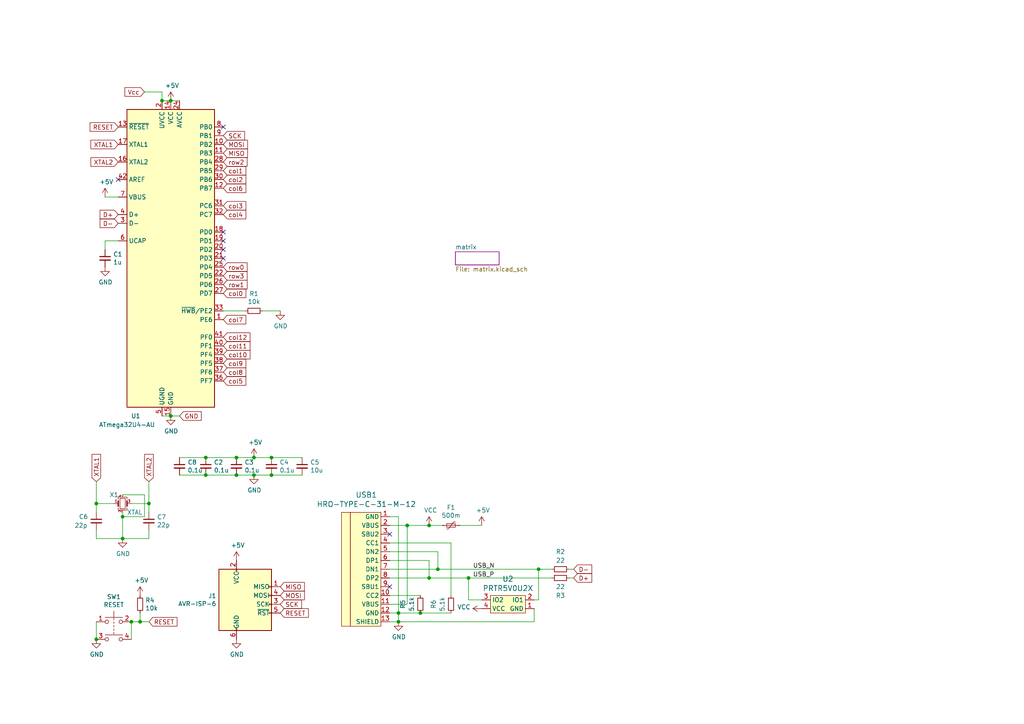
<source format=kicad_sch>
(kicad_sch (version 20200618) (host eeschema "(5.99.0-2043-g129c16cf7)")
  (page 1 2)
  (paper "A4")
  (lib_symbols
    (symbol "Connector:AVR-ISP-6"
      (property "Reference" "J" (at -6.35 11.43 0))
      (property "Value" "AVR-ISP-6" (at 0 11.43 0))
      (symbol "AVR-ISP-6_0_1"
        (rectangle (start -2.667 -6.858) (end -2.413 -7.62))
        (rectangle (start -2.667 10.16) (end -2.413 9.398))
        (rectangle (start 7.62 -2.413) (end 6.858 -2.667))
        (rectangle (start 7.62 0.127) (end 6.858 -0.127))
        (rectangle (start 7.62 2.667) (end 6.858 2.413))
        (rectangle (start 7.62 5.207) (end 6.858 4.953))
        (rectangle (start 7.62 10.16) (end -7.62 -7.62) (stroke (width 0.254)) (fill (type background)))
      )
      (symbol "AVR-ISP-6_1_1"
        (pin passive line (at 10.16 5.08 180) (length 2.54) (name "MISO") (number "1"))
        (pin passive line (at -2.54 12.7 270) (length 2.54) (name "VCC") (number "2"))
        (pin passive line (at 10.16 0 180) (length 2.54) (name "SCK") (number "3"))
        (pin passive line (at 10.16 2.54 180) (length 2.54) (name "MOSI") (number "4"))
        (pin passive line (at 10.16 -2.54 180) (length 2.54) (name "~RST") (number "5"))
        (pin passive line (at -2.54 -10.16 90) (length 2.54) (name "GND") (number "6"))
      )
    )
    (symbol "Device:C_Small" (pin_numbers hide) (pin_names (offset 0.254) hide)
      (property "Reference" "C" (at 0.254 1.778 0))
      (property "Value" "C_Small" (at 0.254 -2.032 0))
      (symbol "C_Small_0_1"
        (polyline (pts (xy -1.524 -0.508) (xy 1.524 -0.508)) (stroke (width 0.3302)))
        (polyline (pts (xy -1.524 0.508) (xy 1.524 0.508)) (stroke (width 0.3048)))
      )
      (symbol "C_Small_1_1"
        (pin passive line (at 0 2.54 270) (length 2.032) (name "~") (number "1"))
        (pin passive line (at 0 -2.54 90) (length 2.032) (name "~") (number "2"))
      )
    )
    (symbol "Device:Crystal_GND24_Small" (pin_names hide)
      (property "Reference" "Y" (at 1.27 4.445 0))
      (property "Value" "Crystal_GND24_Small" (at 1.27 2.54 0))
      (symbol "Crystal_GND24_Small_0_1"
        (rectangle (start -0.762 -1.524) (end 0.762 1.524))
        (polyline (pts (xy -1.27 -0.762) (xy -1.27 0.762)) (stroke (width 0.381)))
        (polyline (pts (xy 1.27 -0.762) (xy 1.27 0.762)) (stroke (width 0.381)))
        (polyline (pts (xy -1.27 -1.27) (xy -1.27 -1.905) (xy 1.27 -1.905) (xy 1.27 -1.27)))
        (polyline (pts (xy -1.27 1.27) (xy -1.27 1.905) (xy 1.27 1.905) (xy 1.27 1.27)))
      )
      (symbol "Crystal_GND24_Small_1_1"
        (pin passive line (at -2.54 0 0) (length 1.27) (name "1") (number "1"))
        (pin passive line (at 0 -2.54 90) (length 0.635) (name "2") (number "2"))
        (pin passive line (at 2.54 0 180) (length 1.27) (name "3") (number "3"))
        (pin passive line (at 0 2.54 270) (length 0.635) (name "4") (number "4"))
      )
    )
    (symbol "Device:Polyfuse_Small" (pin_numbers hide) (pin_names (offset 0))
      (property "Reference" "F" (at -1.905 0 90))
      (property "Value" "Polyfuse_Small" (at 1.905 0 90))
      (symbol "Polyfuse_Small_0_1"
        (rectangle (start -0.508 1.27) (end 0.508 -1.27))
        (polyline (pts (xy 0 2.54) (xy 0 -2.54)))
        (polyline (pts (xy -1.016 1.27) (xy -1.016 0.762) (xy 1.016 -0.762) (xy 1.016 -1.27)))
      )
      (symbol "Polyfuse_Small_1_1"
        (pin passive line (at 0 2.54 270) (length 0.635) (name "~") (number "1"))
        (pin passive line (at 0 -2.54 90) (length 0.635) (name "~") (number "2"))
      )
    )
    (symbol "Device:R_Small" (pin_numbers hide) (pin_names (offset 0.254) hide)
      (property "Reference" "R" (at 0.762 0.508 0))
      (property "Value" "R_Small" (at 0.762 -1.016 0))
      (symbol "R_Small_0_1"
        (rectangle (start -0.762 1.778) (end 0.762 -1.778) (stroke (width 0.2032)))
      )
      (symbol "R_Small_1_1"
        (pin passive line (at 0 2.54 270) (length 0.762) (name "~") (number "1"))
        (pin passive line (at 0 -2.54 90) (length 0.762) (name "~") (number "2"))
      )
    )
    (symbol "MCU_Microchip_ATmega:ATmega32U4-AU" (pin_names (offset 0.508))
      (property "Reference" "U" (at -12.7 44.45 0))
      (property "Value" "ATmega32U4-AU" (at 2.54 -44.45 0))
      (symbol "ATmega32U4-AU_0_1"
        (rectangle (start -12.7 -43.18) (end 12.7 43.18) (stroke (width 0.254)) (fill (type background)))
      )
      (symbol "ATmega32U4-AU_1_1"
        (pin bidirectional line (at 15.24 -17.78 180) (length 2.54) (name "PE6") (number "1"))
        (pin bidirectional line (at 15.24 33.02 180) (length 2.54) (name "PB2") (number "10"))
        (pin bidirectional line (at 15.24 30.48 180) (length 2.54) (name "PB3") (number "11"))
        (pin bidirectional line (at 15.24 20.32 180) (length 2.54) (name "PB7") (number "12"))
        (pin input line (at -15.24 38.1 0) (length 2.54) (name "~RESET") (number "13"))
        (pin power_in line (at 0 45.72 270) (length 2.54) (name "VCC") (number "14"))
        (pin power_in line (at 0 -45.72 90) (length 2.54) (name "GND") (number "15"))
        (pin output line (at -15.24 27.94 0) (length 2.54) (name "XTAL2") (number "16"))
        (pin input line (at -15.24 33.02 0) (length 2.54) (name "XTAL1") (number "17"))
        (pin bidirectional line (at 15.24 7.62 180) (length 2.54) (name "PD0") (number "18"))
        (pin bidirectional line (at 15.24 5.08 180) (length 2.54) (name "PD1") (number "19"))
        (pin power_in line (at -2.54 45.72 270) (length 2.54) (name "UVCC") (number "2"))
        (pin bidirectional line (at 15.24 2.54 180) (length 2.54) (name "PD2") (number "20"))
        (pin bidirectional line (at 15.24 0 180) (length 2.54) (name "PD3") (number "21"))
        (pin bidirectional line (at 15.24 -5.08 180) (length 2.54) (name "PD5") (number "22"))
        (pin passive line (at 0 -45.72 90) (length 2.54) hide (name "GND") (number "23"))
        (pin power_in line (at 2.54 45.72 270) (length 2.54) (name "AVCC") (number "24"))
        (pin bidirectional line (at 15.24 -2.54 180) (length 2.54) (name "PD4") (number "25"))
        (pin bidirectional line (at 15.24 -7.62 180) (length 2.54) (name "PD6") (number "26"))
        (pin bidirectional line (at 15.24 -10.16 180) (length 2.54) (name "PD7") (number "27"))
        (pin bidirectional line (at 15.24 27.94 180) (length 2.54) (name "PB4") (number "28"))
        (pin bidirectional line (at 15.24 25.4 180) (length 2.54) (name "PB5") (number "29"))
        (pin bidirectional line (at -15.24 10.16 0) (length 2.54) (name "D-") (number "3"))
        (pin bidirectional line (at 15.24 22.86 180) (length 2.54) (name "PB6") (number "30"))
        (pin bidirectional line (at 15.24 15.24 180) (length 2.54) (name "PC6") (number "31"))
        (pin bidirectional line (at 15.24 12.7 180) (length 2.54) (name "PC7") (number "32"))
        (pin bidirectional line (at 15.24 -15.24 180) (length 2.54) (name "~HWB~/PE2") (number "33"))
        (pin passive line (at 0 45.72 270) (length 2.54) hide (name "VCC") (number "34"))
        (pin passive line (at 0 -45.72 90) (length 2.54) hide (name "GND") (number "35"))
        (pin bidirectional line (at 15.24 -35.56 180) (length 2.54) (name "PF7") (number "36"))
        (pin bidirectional line (at 15.24 -33.02 180) (length 2.54) (name "PF6") (number "37"))
        (pin bidirectional line (at 15.24 -30.48 180) (length 2.54) (name "PF5") (number "38"))
        (pin bidirectional line (at 15.24 -27.94 180) (length 2.54) (name "PF4") (number "39"))
        (pin bidirectional line (at -15.24 12.7 0) (length 2.54) (name "D+") (number "4"))
        (pin bidirectional line (at 15.24 -25.4 180) (length 2.54) (name "PF1") (number "40"))
        (pin bidirectional line (at 15.24 -22.86 180) (length 2.54) (name "PF0") (number "41"))
        (pin passive line (at -15.24 22.86 0) (length 2.54) (name "AREF") (number "42"))
        (pin passive line (at 0 -45.72 90) (length 2.54) hide (name "GND") (number "43"))
        (pin passive line (at 2.54 45.72 270) (length 2.54) hide (name "AVCC") (number "44"))
        (pin passive line (at -2.54 -45.72 90) (length 2.54) (name "UGND") (number "5"))
        (pin passive line (at -15.24 5.08 0) (length 2.54) (name "UCAP") (number "6"))
        (pin input line (at -15.24 17.78 0) (length 2.54) (name "VBUS") (number "7"))
        (pin bidirectional line (at 15.24 38.1 180) (length 2.54) (name "PB0") (number "8"))
        (pin bidirectional line (at 15.24 35.56 180) (length 2.54) (name "PB1") (number "9"))
      )
    )
    (symbol "Switch:SW_Push_Dual" (pin_names hide)
      (property "Reference" "SW" (at 1.27 2.54 0))
      (property "Value" "SW_Push_Dual" (at 0 -6.858 0))
      (symbol "SW_Push_Dual_0_1"
        (circle (center -2.032 -5.08) (radius 0.508))
        (circle (center -2.032 0) (radius 0.508))
        (circle (center 2.032 -5.08) (radius 0.508))
        (circle (center 2.032 0) (radius 0.508))
        (polyline (pts (xy 0 -3.048) (xy 0 -3.556)))
        (polyline (pts (xy 0 -2.032) (xy 0 -2.54)))
        (polyline (pts (xy 0 -1.524) (xy 0 -1.016)))
        (polyline (pts (xy 0 -0.508) (xy 0 0)))
        (polyline (pts (xy 0 0.508) (xy 0 1.016)))
        (polyline (pts (xy 0 1.27) (xy 0 3.048)))
        (polyline (pts (xy 2.54 -3.81) (xy -2.54 -3.81)))
        (polyline (pts (xy 2.54 1.27) (xy -2.54 1.27)))
        (pin passive line (at -5.08 0 0) (length 2.54) (name "1") (number "1"))
        (pin passive line (at 5.08 0 180) (length 2.54) (name "2") (number "2"))
        (pin passive line (at -5.08 -5.08 0) (length 2.54) (name "3") (number "3"))
        (pin passive line (at 5.08 -5.08 180) (length 2.54) (name "4") (number "4"))
      )
    )
    (symbol "Type-C:HRO-TYPE-C-31-M-12"
      (property "Reference" "USB" (at -5.08 16.51 0))
      (property "Value" "Type-C_HRO-TYPE-C-31-M-12" (at -10.16 -1.27 90))
      (symbol "HRO-TYPE-C-31-M-12_0_1"
        (rectangle (start -11.43 15.24) (end -8.89 -17.78) (fill (type background)))
        (rectangle (start 0 -17.78) (end -8.89 15.24) (fill (type background)))
      )
      (symbol "HRO-TYPE-C-31-M-12_1_1"
        (pin input line (at 2.54 13.97 180) (length 2.54) (name "GND") (number "1"))
        (pin input line (at 2.54 -8.89 180) (length 2.54) (name "CC2") (number "10"))
        (pin input line (at 2.54 -11.43 180) (length 2.54) (name "VBUS") (number "11"))
        (pin input line (at 2.54 -13.97 180) (length 2.54) (name "GND") (number "12"))
        (pin input line (at 2.54 -16.51 180) (length 2.54) (name "SHIELD") (number "13"))
        (pin input line (at 2.54 11.43 180) (length 2.54) (name "VBUS") (number "2"))
        (pin input line (at 2.54 8.89 180) (length 2.54) (name "SBU2") (number "3"))
        (pin input line (at 2.54 6.35 180) (length 2.54) (name "CC1") (number "4"))
        (pin input line (at 2.54 3.81 180) (length 2.54) (name "DN2") (number "5"))
        (pin input line (at 2.54 1.27 180) (length 2.54) (name "DP1") (number "6"))
        (pin input line (at 2.54 -1.27 180) (length 2.54) (name "DN1") (number "7"))
        (pin input line (at 2.54 -3.81 180) (length 2.54) (name "DP2") (number "8"))
        (pin input line (at 2.54 -6.35 180) (length 2.54) (name "SBU1") (number "9"))
      )
    )
    (symbol "power:+5V" (power) (pin_names (offset 0))
      (property "Value" "+5V" (at 0 3.556 0))
      (symbol "+5V_0_1"
        (polyline (pts (xy -0.762 1.27) (xy 0 2.54)))
        (polyline (pts (xy 0 0) (xy 0 2.54)))
        (polyline (pts (xy 0 2.54) (xy 0.762 1.27)))
      )
      (symbol "+5V_1_1"
        (pin power_in line (at 0 0 90) (length 0) hide (name "+5V") (number "1"))
      )
    )
    (symbol "power:GND" (power) (pin_names (offset 0))
      (property "Value" "GND" (at 0 -3.81 0))
      (symbol "GND_0_1"
        (polyline (pts (xy 0 0) (xy 0 -1.27) (xy 1.27 -1.27) (xy 0 -2.54) (xy -1.27 -1.27) (xy 0 -1.27)))
      )
      (symbol "GND_1_1"
        (pin power_in line (at 0 0 270) (length 0) hide (name "GND") (number "1"))
      )
    )
    (symbol "power:VCC" (power) (pin_names (offset 0))
      (property "Value" "VCC" (at 0 3.81 0))
      (symbol "VCC_0_1"
        (polyline (pts (xy -0.762 1.27) (xy 0 2.54)))
        (polyline (pts (xy 0 0) (xy 0 2.54)))
        (polyline (pts (xy 0 2.54) (xy 0.762 1.27)))
      )
      (symbol "VCC_1_1"
        (pin power_in line (at 0 0 90) (length 0) hide (name "VCC") (number "1"))
      )
    )
    (symbol "random-keyboard-parts:PRTR5V0U2X"
      (property "Reference" "U" (at 0 3.81 0))
      (property "Value" "random-keyboard-parts_PRTR5V0U2X" (at 0 -3.81 0))
      (symbol "PRTR5V0U2X_0_1"
        (rectangle (start -5.08 2.54) (end 5.08 -2.54) (fill (type background)))
      )
      (symbol "PRTR5V0U2X_1_1"
        (pin input line (at -7.62 1.27 0) (length 2.54) (name "GND") (number "1"))
        (pin input line (at -7.62 -1.27 0) (length 2.54) (name "IO1") (number "2"))
        (pin input line (at 7.62 -1.27 180) (length 2.54) (name "IO2") (number "3"))
        (pin input line (at 7.62 1.27 180) (length 2.54) (name "VCC") (number "4"))
      )
    )
  )
  (junction (at 27.94 146.05))
  (junction (at 27.94 185.42))
  (junction (at 35.56 149.86))
  (junction (at 35.56 156.21))
  (junction (at 38.1 180.34))
  (junction (at 40.64 180.34))
  (junction (at 43.18 146.05))
  (junction (at 46.99 29.21))
  (junction (at 49.53 29.21))
  (junction (at 49.53 120.65))
  (junction (at 59.69 132.715))
  (junction (at 59.69 137.795))
  (junction (at 68.58 132.715))
  (junction (at 68.58 137.795))
  (junction (at 73.66 132.715))
  (junction (at 73.66 137.795))
  (junction (at 78.74 132.715))
  (junction (at 78.74 137.795))
  (junction (at 115.57 177.8))
  (junction (at 115.57 180.34))
  (junction (at 118.11 152.4))
  (junction (at 121.92 177.8))
  (junction (at 124.46 152.4))
  (junction (at 124.46 167.64))
  (junction (at 127 165.1))
  (junction (at 135.89 167.64))
  (junction (at 156.21 165.1))
  (no_connect (at 113.03 170.18))
  (no_connect (at 113.03 154.94))
  (no_connect (at 64.77 36.83))
  (no_connect (at 64.77 67.31))
  (no_connect (at 64.77 74.93))
  (no_connect (at 34.29 52.07))
  (no_connect (at 64.77 69.85))
  (no_connect (at 64.77 72.39))
  (wire (pts (xy 27.94 139.7) (xy 27.94 146.05)))
  (wire (pts (xy 27.94 146.05) (xy 33.02 146.05)))
  (wire (pts (xy 27.94 148.59) (xy 27.94 146.05)))
  (wire (pts (xy 27.94 153.67) (xy 27.94 156.21)))
  (wire (pts (xy 27.94 156.21) (xy 35.56 156.21)))
  (wire (pts (xy 27.94 185.42) (xy 27.94 180.34)))
  (wire (pts (xy 30.48 57.15) (xy 34.29 57.15)))
  (wire (pts (xy 30.48 69.85) (xy 30.48 72.39)))
  (wire (pts (xy 34.29 69.85) (xy 30.48 69.85)))
  (wire (pts (xy 35.56 143.51) (xy 41.91 143.51)))
  (wire (pts (xy 35.56 148.59) (xy 35.56 149.86)))
  (wire (pts (xy 35.56 149.86) (xy 35.56 156.21)))
  (wire (pts (xy 38.1 146.05) (xy 43.18 146.05)))
  (wire (pts (xy 38.1 180.34) (xy 40.64 180.34)))
  (wire (pts (xy 38.1 185.42) (xy 38.1 180.34)))
  (wire (pts (xy 40.64 180.34) (xy 40.64 177.8)))
  (wire (pts (xy 40.64 180.34) (xy 43.18 180.34)))
  (wire (pts (xy 41.91 26.67) (xy 46.99 26.67)))
  (wire (pts (xy 41.91 143.51) (xy 41.91 149.86)))
  (wire (pts (xy 41.91 149.86) (xy 35.56 149.86)))
  (wire (pts (xy 43.18 139.7) (xy 43.18 146.05)))
  (wire (pts (xy 43.18 146.05) (xy 43.18 148.59)))
  (wire (pts (xy 43.18 153.67) (xy 43.18 156.21)))
  (wire (pts (xy 43.18 156.21) (xy 35.56 156.21)))
  (wire (pts (xy 46.99 26.67) (xy 46.99 29.21)))
  (wire (pts (xy 46.99 29.21) (xy 49.53 29.21)))
  (wire (pts (xy 46.99 120.65) (xy 49.53 120.65)))
  (wire (pts (xy 49.53 29.21) (xy 52.07 29.21)))
  (wire (pts (xy 49.53 120.65) (xy 52.07 120.65)))
  (wire (pts (xy 52.07 132.715) (xy 59.69 132.715)))
  (wire (pts (xy 52.07 137.795) (xy 59.69 137.795)))
  (wire (pts (xy 59.69 132.715) (xy 68.58 132.715)))
  (wire (pts (xy 59.69 137.795) (xy 68.58 137.795)))
  (wire (pts (xy 68.58 132.715) (xy 73.66 132.715)))
  (wire (pts (xy 68.58 137.795) (xy 73.66 137.795)))
  (wire (pts (xy 71.12 90.17) (xy 64.77 90.17)))
  (wire (pts (xy 73.66 132.715) (xy 78.74 132.715)))
  (wire (pts (xy 73.66 137.795) (xy 78.74 137.795)))
  (wire (pts (xy 78.74 132.715) (xy 87.63 132.715)))
  (wire (pts (xy 78.74 137.795) (xy 87.63 137.795)))
  (wire (pts (xy 81.28 90.17) (xy 76.2 90.17)))
  (wire (pts (xy 113.03 149.86) (xy 115.57 149.86)))
  (wire (pts (xy 113.03 152.4) (xy 118.11 152.4)))
  (wire (pts (xy 113.03 160.02) (xy 127 160.02)))
  (wire (pts (xy 113.03 162.56) (xy 124.46 162.56)))
  (wire (pts (xy 113.03 165.1) (xy 127 165.1)))
  (wire (pts (xy 113.03 167.64) (xy 124.46 167.64)))
  (wire (pts (xy 113.03 177.8) (xy 115.57 177.8)))
  (wire (pts (xy 115.57 149.86) (xy 115.57 177.8)))
  (wire (pts (xy 115.57 177.8) (xy 115.57 180.34)))
  (wire (pts (xy 115.57 177.8) (xy 121.92 177.8)))
  (wire (pts (xy 115.57 180.34) (xy 113.03 180.34)))
  (wire (pts (xy 118.11 152.4) (xy 118.11 175.26)))
  (wire (pts (xy 118.11 175.26) (xy 113.03 175.26)))
  (wire (pts (xy 121.92 172.72) (xy 113.03 172.72)))
  (wire (pts (xy 121.92 177.8) (xy 130.81 177.8)))
  (wire (pts (xy 124.46 152.4) (xy 118.11 152.4)))
  (wire (pts (xy 124.46 152.4) (xy 128.27 152.4)))
  (wire (pts (xy 124.46 162.56) (xy 124.46 167.64)))
  (wire (pts (xy 124.46 167.64) (xy 135.89 167.64)))
  (wire (pts (xy 127 160.02) (xy 127 165.1)))
  (wire (pts (xy 127 165.1) (xy 156.21 165.1)))
  (wire (pts (xy 130.81 157.48) (xy 113.03 157.48)))
  (wire (pts (xy 130.81 172.72) (xy 130.81 157.48)))
  (wire (pts (xy 133.35 152.4) (xy 139.7 152.4)))
  (wire (pts (xy 135.89 167.64) (xy 160.02 167.64)))
  (wire (pts (xy 135.89 173.99) (xy 135.89 167.64)))
  (wire (pts (xy 139.7 173.99) (xy 135.89 173.99)))
  (wire (pts (xy 154.94 173.99) (xy 156.21 173.99)))
  (wire (pts (xy 154.94 176.53) (xy 154.94 180.34)))
  (wire (pts (xy 154.94 180.34) (xy 115.57 180.34)))
  (wire (pts (xy 156.21 165.1) (xy 160.02 165.1)))
  (wire (pts (xy 156.21 173.99) (xy 156.21 165.1)))
  (wire (pts (xy 165.1 165.1) (xy 166.37 165.1)))
  (wire (pts (xy 165.1 167.64) (xy 166.37 167.64)))
  (label "USB_N" (at 137.16 165.1 0))
  (label "USB_P" (at 137.16 167.64 0))
  (global_label "XTAL1" (shape input) (at 27.94 139.7 90))
  (global_label "RESET" (shape input) (at 34.29 36.83 180))
  (global_label "XTAL1" (shape input) (at 34.29 41.91 180))
  (global_label "XTAL2" (shape input) (at 34.29 46.99 180))
  (global_label "D+" (shape input) (at 34.29 62.23 180))
  (global_label "D-" (shape input) (at 34.29 64.77 180))
  (global_label "Vcc" (shape input) (at 41.91 26.67 180))
  (global_label "XTAL2" (shape input) (at 43.18 139.7 90))
  (global_label "RESET" (shape input) (at 43.18 180.34 0))
  (global_label "GND" (shape input) (at 52.07 120.65 0))
  (global_label "SCK" (shape input) (at 64.77 39.37 0))
  (global_label "MOSI" (shape input) (at 64.77 41.91 0))
  (global_label "MISO" (shape input) (at 64.77 44.45 0))
  (global_label "row2" (shape input) (at 64.77 46.99 0))
  (global_label "col1" (shape input) (at 64.77 49.53 0))
  (global_label "col2" (shape input) (at 64.77 52.07 0))
  (global_label "col6" (shape input) (at 64.77 54.61 0))
  (global_label "col3" (shape input) (at 64.77 59.69 0))
  (global_label "col4" (shape input) (at 64.77 62.23 0))
  (global_label "row0" (shape input) (at 64.77 77.47 0))
  (global_label "row3" (shape input) (at 64.77 80.01 0))
  (global_label "row1" (shape input) (at 64.77 82.55 0))
  (global_label "col0" (shape input) (at 64.77 85.09 0))
  (global_label "col7" (shape input) (at 64.77 92.71 0))
  (global_label "col12" (shape input) (at 64.77 97.79 0))
  (global_label "col11" (shape input) (at 64.77 100.33 0))
  (global_label "col10" (shape input) (at 64.77 102.87 0))
  (global_label "col9" (shape input) (at 64.77 105.41 0))
  (global_label "col8" (shape input) (at 64.77 107.95 0))
  (global_label "col5" (shape input) (at 64.77 110.49 0))
  (global_label "MISO" (shape input) (at 81.28 170.18 0))
  (global_label "MOSI" (shape input) (at 81.28 172.72 0))
  (global_label "SCK" (shape input) (at 81.28 175.26 0))
  (global_label "RESET" (shape input) (at 81.28 177.8 0))
  (global_label "D-" (shape input) (at 166.37 165.1 0))
  (global_label "D+" (shape input) (at 166.37 167.64 0))
  (symbol (lib_id "power:+5V") (at 30.48 57.15 0) (unit 1)
    (property "Reference" "#PWR0105" (effects hide))
    (property "Value" "+5V" (at 30.861 52.7558 0))
  )
  (symbol (lib_id "power:+5V") (at 40.64 172.72 0) (unit 1)
    (property "Reference" "#PWR0112" (effects hide))
    (property "Value" "+5V" (at 41.021 168.3258 0))
  )
  (symbol (lib_id "power:+5V") (at 49.53 29.21 0) (unit 1)
    (property "Reference" "#PWR0101" (effects hide))
    (property "Value" "+5V" (at 49.911 24.8158 0))
  )
  (symbol (lib_id "power:+5V") (at 68.58 162.56 0) (unit 1)
    (property "Reference" "#PWR0109" (effects hide))
    (property "Value" "+5V" (at 68.961 158.1658 0))
  )
  (symbol (lib_id "power:+5V") (at 73.66 132.715 0) (unit 1)
    (property "Reference" "#PWR0108" (effects hide))
    (property "Value" "+5V" (at 74.041 128.3208 0))
  )
  (symbol (lib_id "power:VCC") (at 124.46 152.4 0) (unit 1)
    (property "Reference" "#PWR0113" (effects hide))
    (property "Value" "VCC" (at 124.8918 148.0058 0))
  )
  (symbol (lib_id "power:+5V") (at 139.7 152.4 0) (unit 1)
    (property "Reference" "#PWR0114" (effects hide))
    (property "Value" "+5V" (at 140.081 148.0058 0))
  )
  (symbol (lib_id "power:VCC") (at 139.7 176.53 90) (unit 1)
    (property "Reference" "#PWR0116" (effects hide))
    (property "Value" "VCC" (at 136.4742 176.0728 90) (effects (justify left)))
  )
  (symbol (lib_id "power:GND") (at 27.94 185.42 0) (unit 1)
    (property "Reference" "#PWR0111" (effects hide))
    (property "Value" "GND" (at 28.067 189.8142 0))
  )
  (symbol (lib_id "power:GND") (at 30.48 77.47 0) (unit 1)
    (property "Reference" "#PWR0104" (effects hide))
    (property "Value" "GND" (at 30.607 81.8642 0))
  )
  (symbol (lib_id "power:GND") (at 35.56 156.21 0) (unit 1)
    (property "Reference" "#PWR0106" (effects hide))
    (property "Value" "GND" (at 35.687 160.6042 0))
  )
  (symbol (lib_id "power:GND") (at 49.53 120.65 0) (unit 1)
    (property "Reference" "#PWR0102" (effects hide))
    (property "Value" "GND" (at 49.657 125.0442 0))
  )
  (symbol (lib_id "power:GND") (at 68.58 185.42 0) (unit 1)
    (property "Reference" "#PWR0110" (effects hide))
    (property "Value" "GND" (at 68.707 189.8142 0))
  )
  (symbol (lib_id "power:GND") (at 73.66 137.795 0) (unit 1)
    (property "Reference" "#PWR0107" (effects hide))
    (property "Value" "GND" (at 73.787 142.1892 0))
  )
  (symbol (lib_id "power:GND") (at 81.28 90.17 0) (unit 1)
    (property "Reference" "#PWR0103" (effects hide))
    (property "Value" "GND" (at 81.407 94.5642 0))
  )
  (symbol (lib_id "power:GND") (at 115.57 180.34 0) (unit 1)
    (property "Reference" "#PWR0115" (effects hide))
    (property "Value" "GND" (at 115.697 184.7342 0))
  )
  (symbol (lib_id "Device:R_Small") (at 40.64 175.26 180) (unit 1)
    (property "Reference" "R4" (at 42.1386 174.0916 0) (effects (justify right)))
    (property "Value" "10k" (at 42.1386 176.403 0) (effects (justify right)))
    (property "Footprint" "Resistor_SMD:R_0805_2012Metric" (effects hide))
    (property "LCSC" "C17902" (effects hide))
  )
  (symbol (lib_id "Device:R_Small") (at 73.66 90.17 270) (unit 1)
    (property "Reference" "R1" (at 73.66 85.1916 90))
    (property "Value" "10k" (at 73.66 87.503 90))
    (property "Footprint" "Resistor_SMD:R_0805_2012Metric" (effects hide))
    (property "LCSC" "C17902" (effects hide))
  )
  (symbol (lib_id "Device:R_Small") (at 121.92 175.26 180) (unit 1)
    (property "Reference" "R5" (at 116.84 175.26 90))
    (property "Value" "5.1k" (at 119.38 175.26 90))
    (property "Footprint" "Resistor_SMD:R_0805_2012Metric" (effects hide))
    (property "LCSC" "C26033" (effects hide))
  )
  (symbol (lib_id "Device:R_Small") (at 130.81 175.26 180) (unit 1)
    (property "Reference" "R6" (at 125.73 175.26 90))
    (property "Value" "5.1k" (at 128.27 175.26 90))
    (property "Footprint" "Resistor_SMD:R_0805_2012Metric" (effects hide))
    (property "LCSC" "C26033" (effects hide))
  )
  (symbol (lib_id "Device:R_Small") (at 162.56 165.1 270) (unit 1)
    (property "Reference" "R2" (at 162.56 160.02 90))
    (property "Value" "22" (at 162.56 162.56 90))
    (property "Footprint" "Resistor_SMD:R_0805_2012Metric" (effects hide))
    (property "LCSC" "C17958" (effects hide))
  )
  (symbol (lib_id "Device:R_Small") (at 162.56 167.64 270) (unit 1)
    (property "Reference" "R3" (at 162.56 172.72 90))
    (property "Value" "22" (at 162.56 170.18 90))
    (property "Footprint" "Resistor_SMD:R_0805_2012Metric" (effects hide))
    (property "LCSC" "C17958" (effects hide))
  )
  (symbol (lib_id "Device:Polyfuse_Small") (at 130.81 152.4 270) (unit 1)
    (property "Reference" "F1" (at 130.81 147.193 90))
    (property "Value" "500m" (at 130.81 149.5044 90))
    (property "Footprint" "Fuse:Fuse_1206_3216Metric_Pad1.42x1.75mm_HandSolder" (effects hide))
    (property "LCSC" "C151162" (effects hide))
  )
  (symbol (lib_id "Device:C_Small") (at 27.94 151.13 0) (unit 1)
    (property "Reference" "C6" (at 22.86 149.86 0) (effects (justify left)))
    (property "Value" "22p" (at 21.59 152.4 0) (effects (justify left)))
    (property "Footprint" "Capacitor_SMD:C_0805_2012Metric" (effects hide))
    (property "LCSC" "C313096" (effects hide))
  )
  (symbol (lib_id "Device:C_Small") (at 30.48 74.93 0) (unit 1)
    (property "Reference" "C1" (at 32.8168 73.7616 0) (effects (justify left)))
    (property "Value" "1u" (at 32.8168 76.073 0) (effects (justify left)))
    (property "Footprint" "Capacitor_SMD:C_0805_2012Metric" (effects hide))
    (property "LCSC" "C1848" (effects hide))
  )
  (symbol (lib_id "Device:C_Small") (at 43.18 151.13 0) (unit 1)
    (property "Reference" "C7" (at 45.5168 149.9616 0) (effects (justify left)))
    (property "Value" "22p" (at 45.5168 152.273 0) (effects (justify left)))
    (property "Footprint" "Capacitor_SMD:C_0805_2012Metric" (effects hide))
    (property "LCSC" "C313096" (effects hide))
  )
  (symbol (lib_id "Device:C_Small") (at 52.07 135.255 0) (unit 1)
    (property "Reference" "C8" (at 54.4068 134.0866 0) (effects (justify left)))
    (property "Value" "0.1u" (at 54.4068 136.398 0) (effects (justify left)))
    (property "Footprint" "Capacitor_SMD:C_0805_2012Metric" (effects hide))
    (property "LCSC" "C24497" (effects hide))
  )
  (symbol (lib_id "Device:C_Small") (at 59.69 135.255 0) (unit 1)
    (property "Reference" "C2" (at 62.0268 134.0866 0) (effects (justify left)))
    (property "Value" "0.1u" (at 62.0268 136.398 0) (effects (justify left)))
    (property "Footprint" "Capacitor_SMD:C_0805_2012Metric" (effects hide))
    (property "LCSC" "C24497" (effects hide))
  )
  (symbol (lib_id "Device:C_Small") (at 68.58 135.255 0) (unit 1)
    (property "Reference" "C3" (at 70.9168 134.0866 0) (effects (justify left)))
    (property "Value" "0.1u" (at 70.9168 136.398 0) (effects (justify left)))
    (property "Footprint" "Capacitor_SMD:C_0805_2012Metric" (effects hide))
    (property "LCSC" "C24497" (effects hide))
  )
  (symbol (lib_id "Device:C_Small") (at 78.74 135.255 0) (unit 1)
    (property "Reference" "C4" (at 81.0768 134.0866 0) (effects (justify left)))
    (property "Value" "0.1u" (at 81.0768 136.398 0) (effects (justify left)))
    (property "Footprint" "Capacitor_SMD:C_0805_2012Metric" (effects hide))
    (property "LCSC" "C24497" (effects hide))
  )
  (symbol (lib_id "Device:C_Small") (at 87.63 135.255 0) (unit 1)
    (property "Reference" "C5" (at 89.9668 134.0866 0) (effects (justify left)))
    (property "Value" "10u" (at 89.9668 136.398 0) (effects (justify left)))
    (property "Footprint" "Capacitor_SMD:C_0805_2012Metric" (effects hide))
    (property "LCSC" "C13585" (effects hide))
  )
  (symbol (lib_id "Device:Crystal_GND24_Small") (at 35.56 146.05 0) (unit 1)
    (property "Reference" "X1" (at 31.75 143.51 0) (effects (justify left)))
    (property "Value" "XTAL" (at 36.83 148.59 0) (effects (justify left)))
    (property "Footprint" "Crystal:Crystal_SMD_3225-4Pin_3.2x2.5mm_HandSoldering" (effects hide))
    (property "LCSC" "C13738" (effects hide))
  )
  (symbol (lib_id "random-keyboard-parts:PRTR5V0U2X") (at 147.32 175.26 180) (unit 1)
    (property "Reference" "U2" (at 147.32 167.9194 0) (effects (font (size 1.524 1.524))))
    (property "Value" "PRTR5V0U2X" (at 147.32 170.6372 0) (effects (font (size 1.524 1.524))))
    (property "Footprint" "random-keyboard-parts:SOT143B" (effects hide))
    (property "LCSC" "C78442" (effects hide))
  )
  (symbol (lib_id "Switch:SW_Push_Dual") (at 33.02 180.34 0) (unit 1)
    (property "Reference" "SW1" (at 33.02 173.101 0))
    (property "Value" "RESET" (at 33.02 175.4124 0))
    (property "Footprint" "random-keyboard-parts:SKQG-1155865" (effects hide))
    (property "LCSC" "C318884" (effects hide))
  )
  (symbol (lib_id "Connector:AVR-ISP-6") (at 71.12 175.26 0) (unit 1)
    (property "Reference" "J1" (at 62.7634 172.8216 0) (effects (justify right)))
    (property "Value" "AVR-ISP-6" (at 62.7634 175.133 0) (effects (justify right)))
    (property "Footprint" "random-keyboard-parts:Reset_Pretty-Mask" (effects hide))
    (property "Datasheet" " ~" (effects hide))
  )
  (symbol (lib_id "Type-C:HRO-TYPE-C-31-M-12") (at 110.49 163.83 0) (unit 1)
    (property "Reference" "USB1" (at 106.2482 143.5354 0) (effects (font (size 1.524 1.524))))
    (property "Value" "HRO-TYPE-C-31-M-12" (at 106.2482 146.2532 0) (effects (font (size 1.524 1.524))))
    (property "Footprint" "Type-C:HRO-TYPE-C-31-M-12-HandSoldering" (effects hide))
  )
  (symbol (lib_id "MCU_Microchip_ATmega:ATmega32U4-AU") (at 49.53 74.93 0) (unit 1)
    (property "Reference" "U1" (at 39.37 120.65 0))
    (property "Value" "ATmega32U4-AU" (at 36.83 123.19 0))
    (property "Footprint" "libs:QFN44G-0.5-7X7MM" (effects hide))
    (property "Datasheet" "http://ww1.microchip.com/downloads/en/DeviceDoc/Atmel-7766-8-bit-AVR-ATmega16U4-32U4_Datasheet.pdf" (effects hide))
    (property "LCSC" "C44854" (effects hide))
  )
  (sheet (at 132.08 73.025) (size 12.7 3.81) (stroke (width 0) (color 132 0 132 1)) (fill (color 255 255 255 0.0000))
    (property "Sheet name" "matrix" (at 132.08 72.3895 0) (effects (justify left bottom)))
    (property "Sheet file" "matrix.kicad_sch" (at 132.08 77.3435 0) (effects (justify left top)))
  )
)
</source>
